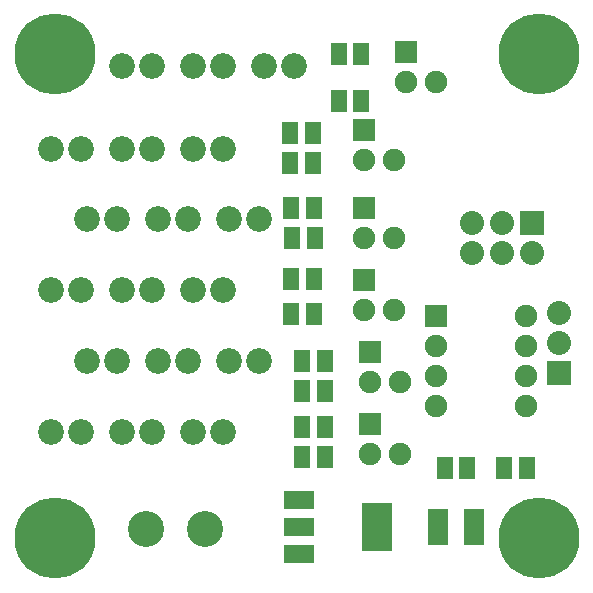
<source format=gts>
G04 (created by PCBNEW (2013-04-19 BZR 4011)-stable) date 10/06/2013 12:13:35*
%MOIN*%
G04 Gerber Fmt 3.4, Leading zero omitted, Abs format*
%FSLAX34Y34*%
G01*
G70*
G90*
G04 APERTURE LIST*
%ADD10C,2.3622e-006*%
%ADD11R,0.08X0.08*%
%ADD12C,0.08*%
%ADD13C,0.086*%
%ADD14C,0.12*%
%ADD15R,0.055X0.075*%
%ADD16R,0.07X0.12*%
%ADD17R,0.1X0.164*%
%ADD18R,0.1X0.06*%
%ADD19C,0.27*%
%ADD20R,0.075X0.075*%
%ADD21C,0.075*%
G04 APERTURE END LIST*
G54D10*
G54D11*
X79423Y-43696D03*
G54D12*
X79423Y-42696D03*
X79423Y-41696D03*
G54D13*
X63673Y-38582D03*
X64673Y-38582D03*
X67216Y-40944D03*
X68216Y-40944D03*
X64854Y-40944D03*
X65854Y-40944D03*
X62492Y-40944D03*
X63492Y-40944D03*
X68397Y-38582D03*
X69397Y-38582D03*
X66035Y-38582D03*
X67035Y-38582D03*
X67216Y-36220D03*
X68216Y-36220D03*
X64854Y-36220D03*
X65854Y-36220D03*
X62492Y-36220D03*
X63492Y-36220D03*
X69578Y-33464D03*
X70578Y-33464D03*
X67216Y-33464D03*
X68216Y-33464D03*
X64854Y-33464D03*
X65854Y-33464D03*
G54D14*
X67623Y-48896D03*
X65655Y-48896D03*
G54D15*
X75609Y-46850D03*
X76359Y-46850D03*
G54D16*
X76584Y-48818D03*
X75384Y-48818D03*
G54D15*
X77577Y-46850D03*
X78327Y-46850D03*
X72815Y-34645D03*
X72065Y-34645D03*
X71198Y-36696D03*
X70448Y-36696D03*
X71275Y-39200D03*
X70525Y-39200D03*
X71241Y-41732D03*
X70491Y-41732D03*
X72065Y-33070D03*
X72815Y-33070D03*
X70448Y-35696D03*
X71198Y-35696D03*
X70491Y-38188D03*
X71241Y-38188D03*
X70491Y-40551D03*
X71241Y-40551D03*
G54D17*
X73347Y-48818D03*
G54D18*
X70747Y-48818D03*
X70747Y-49718D03*
X70747Y-47918D03*
G54D15*
X70848Y-43296D03*
X71598Y-43296D03*
X70848Y-45496D03*
X71598Y-45496D03*
X71598Y-44296D03*
X70848Y-44296D03*
X71598Y-46496D03*
X70848Y-46496D03*
G54D13*
X63673Y-43307D03*
X64673Y-43307D03*
X66035Y-43307D03*
X67035Y-43307D03*
X68397Y-43307D03*
X69397Y-43307D03*
X62492Y-45669D03*
X63492Y-45669D03*
X64854Y-45669D03*
X65854Y-45669D03*
X67216Y-45669D03*
X68216Y-45669D03*
G54D19*
X78740Y-49212D03*
X62598Y-49212D03*
X78740Y-33070D03*
X62598Y-33070D03*
G54D20*
X75323Y-41796D03*
G54D21*
X75323Y-42796D03*
X75323Y-43796D03*
X75323Y-44796D03*
X78323Y-44796D03*
X78323Y-43796D03*
X78323Y-42796D03*
X78323Y-41796D03*
G54D20*
X72923Y-40596D03*
G54D21*
X72923Y-41596D03*
X73923Y-41596D03*
G54D20*
X72923Y-38196D03*
G54D21*
X72923Y-39196D03*
X73923Y-39196D03*
G54D20*
X72923Y-35596D03*
G54D21*
X72923Y-36596D03*
X73923Y-36596D03*
G54D20*
X74323Y-32996D03*
G54D21*
X74323Y-33996D03*
X75323Y-33996D03*
G54D20*
X73123Y-42996D03*
G54D21*
X73123Y-43996D03*
X74123Y-43996D03*
G54D20*
X73123Y-45396D03*
G54D21*
X73123Y-46396D03*
X74123Y-46396D03*
G54D11*
X78500Y-38700D03*
G54D12*
X78500Y-39700D03*
X77500Y-38700D03*
X77500Y-39700D03*
X76500Y-38700D03*
X76500Y-39700D03*
M02*

</source>
